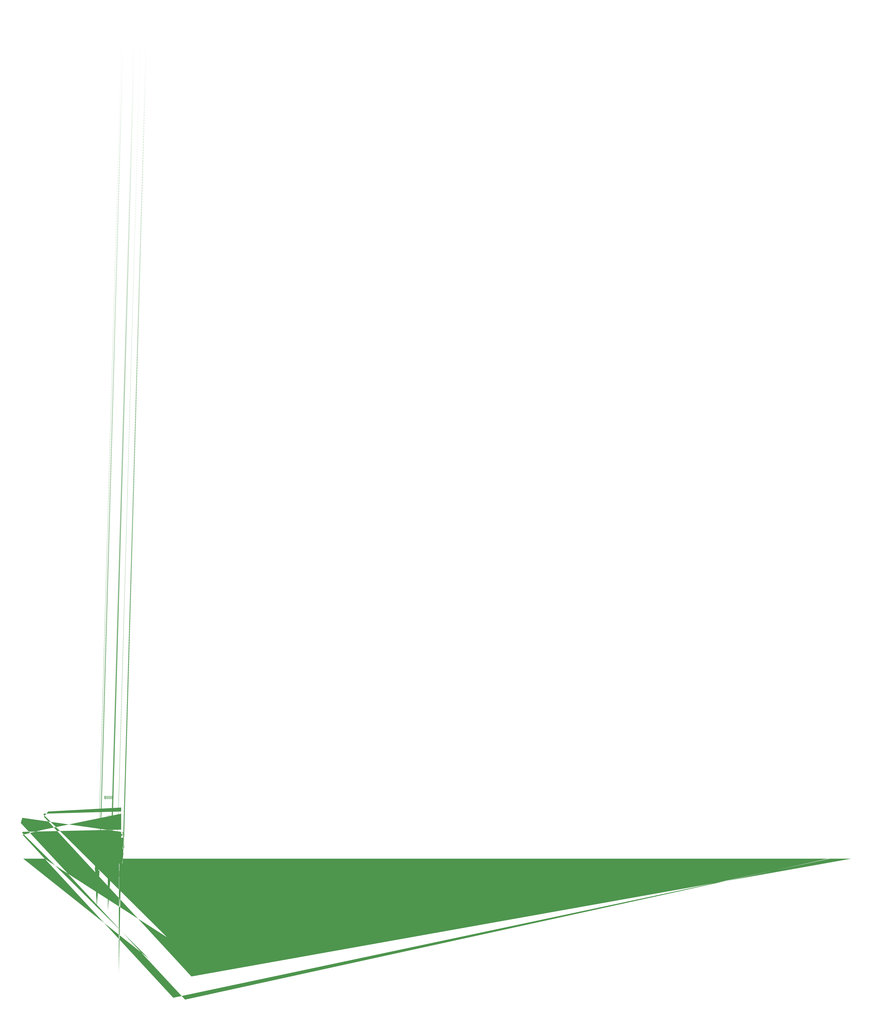
<source format=gts>
G04 #@! TF.GenerationSoftware,KiCad,Pcbnew,8.0.4*
G04 #@! TF.CreationDate,2024-10-09T19:51:01+11:00*
G04 #@! TF.ProjectId,nokia,6e6f6b69-612e-46b6-9963-61645f706362,rev?*
G04 #@! TF.SameCoordinates,Original*
G04 #@! TF.FileFunction,Soldermask,Top*
G04 #@! TF.FilePolarity,Negative*
%FSLAX46Y46*%
G04 Gerber Fmt 4.6, Leading zero omitted, Abs format (unit mm)*
G04 Created by KiCad (PCBNEW 8.0.4) date 2024-10-09 19:51:01*
%MOMM*%
%LPD*%
G01*
G04 APERTURE LIST*
G04 Aperture macros list*
%AMRoundRect*
0 Rectangle with rounded corners*
0 $1 Rounding radius*
0 $2 $3 $4 $5 $6 $7 $8 $9 X,Y pos of 4 corners*
0 Add a 4 corners polygon primitive as box body*
4,1,4,$2,$3,$4,$5,$6,$7,$8,$9,$2,$3,0*
0 Add four circle primitives for the rounded corners*
1,1,$1+$1,$2,$3*
1,1,$1+$1,$4,$5*
1,1,$1+$1,$6,$7*
1,1,$1+$1,$8,$9*
0 Add four rect primitives between the rounded corners*
20,1,$1+$1,$2,$3,$4,$5,0*
20,1,$1+$1,$4,$5,$6,$7,0*
20,1,$1+$1,$6,$7,$8,$9,0*
20,1,$1+$1,$8,$9,$2,$3,0*%
%AMFreePoly0*
4,1,103,-1.902709,2.826186,-1.559033,2.750537,-1.225551,2.638174,-0.906173,2.490414,-0.604642,2.308989,-0.324495,2.096027,-0.069015,1.854023,0.158802,1.585816,0.356286,1.294550,0.521120,0.983640,0.651373,0.656730,0.745517,0.317654,0.802448,-0.029613,0.821500,-0.381000,0.802448,-0.732387,0.745517,-1.079654,0.651373,-1.418730,0.521120,-1.745640,0.356286,-2.056550,0.158802,-2.347816,
-0.069015,-2.616023,-0.324495,-2.858027,-0.604642,-3.070989,-0.906173,-3.252414,-1.225551,-3.400174,-1.559033,-3.512537,-1.902709,-3.588186,-2.252549,-3.626234,-2.604451,-3.626234,-2.954291,-3.588186,-3.297967,-3.512537,-3.631449,-3.400174,-3.950827,-3.252414,-4.252358,-3.070989,-4.532505,-2.858027,-4.787985,-2.616023,-5.015802,-2.347816,-5.213286,-2.056550,-5.378120,-1.745640,-5.508373,-1.418730,
-5.602517,-1.079654,-5.659448,-0.732387,-5.678500,-0.381000,-4.183407,-0.381000,-4.163806,-0.642555,-4.105441,-0.898268,-4.009617,-1.142426,-3.878472,-1.369574,-3.714938,-1.574640,-3.522667,-1.753042,-3.305953,-1.900794,-3.069640,-2.014597,-2.819004,-2.091908,-2.559644,-2.131000,-2.297356,-2.131000,-2.037996,-2.091908,-1.787360,-2.014597,-1.551046,-1.900794,-1.334333,-1.753042,-1.142062,-1.574640,
-0.978528,-1.369574,-0.847383,-1.142426,-0.751559,-0.898268,-0.693194,-0.642555,-0.673593,-0.381000,-0.693194,-0.119445,-0.751559,0.136268,-0.847383,0.380426,-0.978528,0.607574,-1.142062,0.812640,-1.334333,0.991042,-1.551046,1.138794,-1.787360,1.252597,-2.037996,1.329908,-2.297356,1.369000,-2.559644,1.369000,-2.819004,1.329908,-3.069640,1.252597,-3.305953,1.138794,-3.522667,0.991042,
-3.714938,0.812640,-3.878472,0.607574,-4.009617,0.380426,-4.105441,0.136268,-4.163806,-0.119445,-4.183407,-0.381000,-5.678500,-0.381000,-5.659448,-0.029613,-5.602517,0.317654,-5.508373,0.656730,-5.378120,0.983640,-5.213286,1.294550,-5.015802,1.585816,-4.787985,1.854023,-4.532505,2.096027,-4.252358,2.308989,-3.950827,2.490414,-3.631449,2.638174,-3.297967,2.750537,-2.954291,2.826186,
-2.604451,2.864234,-2.252549,2.864234,-1.902709,2.826186,-1.902709,2.826186,$1*%
%AMFreePoly1*
4,1,35,0.301029,1.058008,0.490312,0.984680,0.662898,0.877819,0.812910,0.741065,0.935239,0.579075,1.025719,0.397366,1.081270,0.202124,1.100000,0.000000,1.081270,-0.202124,1.025719,-0.397366,0.935239,-0.579075,0.812910,-0.741065,0.662898,-0.877819,0.490312,-0.984680,0.301029,-1.058008,0.101495,-1.095308,-0.101495,-1.095308,-0.301029,-1.058008,-0.490312,-0.984680,-0.662898,-0.877819,
-0.812910,-0.741065,-0.935239,-0.579075,-1.025719,-0.397366,-1.081270,-0.202124,-1.100000,0.000000,-1.081270,0.202124,-1.025719,0.397366,-0.935239,0.579075,-0.812910,0.741065,-0.662898,0.877819,-0.490312,0.984680,-0.301029,1.058008,-0.101495,1.095308,0.101495,1.095308,0.301029,1.058008,0.301029,1.058008,$1*%
%AMFreePoly2*
4,1,143,-0.313237,0.844648,0.036603,0.806600,0.047288,0.804848,0.390964,0.729199,0.401397,0.726302,0.734879,0.613939,0.744938,0.609932,1.064316,0.462172,1.073882,0.457100,1.375413,0.275675,1.400916,0.253724,1.577058,0.040762,1.599803,-0.016704,1.600000,-0.022973,1.600000,-1.793913,1.646400,-2.104211,1.647500,-2.119000,1.647500,-2.500000,1.647052,-2.509457,1.600000,-3.004741,
1.600000,-4.714443,1.695880,-4.937542,1.701542,-4.999086,1.669948,-5.052204,1.664522,-5.056636,1.384375,-5.269598,1.375413,-5.275675,1.073882,-5.457100,1.064316,-5.462172,0.744938,-5.609932,0.734879,-5.613939,0.401397,-5.726302,0.390964,-5.729199,0.047288,-5.804848,0.036603,-5.806600,-0.313237,-5.844648,-0.324049,-5.845234,-0.675951,-5.845234,-0.686763,-5.844648,-1.036603,-5.806600,
-1.047288,-5.804848,-1.390964,-5.729199,-1.401397,-5.726302,-1.734879,-5.613939,-1.744938,-5.609932,-2.064316,-5.462172,-2.073882,-5.457100,-2.375413,-5.275675,-2.384375,-5.269598,-2.664522,-5.056636,-2.672775,-5.049626,-2.928255,-4.807622,-2.935701,-4.799762,-3.163518,-4.531555,-3.170071,-4.522935,-3.367555,-4.231669,-3.373137,-4.222391,-3.537971,-3.911481,-3.542518,-3.901654,-3.672771,-3.574744,
-3.676228,-3.564483,-3.770372,-3.225407,-3.772700,-3.214832,-3.829631,-2.867565,-3.830801,-2.856801,-3.849853,-2.505414,-3.848903,-2.501846,-3.849145,-2.500000,-2.154626,-2.500000,-2.136146,-2.746605,-2.081114,-2.987713,-1.990767,-3.217916,-1.867118,-3.432082,-1.712926,-3.625433,-1.531645,-3.793637,-1.327314,-3.932947,-1.104500,-4.040249,-0.868189,-4.113141,-0.623651,-4.150000,-0.376349,-4.150000,
-0.131810,-4.113141,0.104503,-4.040248,0.327312,-3.932949,0.531645,-3.793637,0.712926,-3.625433,0.867118,-3.432082,0.990767,-3.217916,1.081114,-2.987713,1.136146,-2.746605,1.154626,-2.500000,1.136146,-2.253394,1.081114,-2.012286,0.990767,-1.782083,0.867118,-1.567917,0.712926,-1.374566,0.531645,-1.206362,0.327312,-1.067050,0.104503,-0.959751,-0.131810,-0.886858,-0.376349,-0.850000,
-0.623651,-0.850000,-0.868189,-0.886858,-1.104500,-0.959750,-1.327314,-1.067052,-1.531645,-1.206362,-1.712926,-1.374566,-1.867118,-1.567917,-1.990767,-1.782083,-2.081114,-2.012286,-2.136146,-2.253394,-2.154626,-2.500000,-3.849145,-2.500000,-3.849853,-2.494586,-3.830801,-2.143199,-3.829631,-2.132435,-3.772700,-1.785168,-3.770372,-1.774593,-3.676228,-1.435517,-3.672771,-1.425256,-3.542518,-1.098346,
-3.537971,-1.088519,-3.373137,-0.777609,-3.367555,-0.768331,-3.170071,-0.477065,-3.163518,-0.468445,-2.935701,-0.200238,-2.928255,-0.192378,-2.672775,0.049626,-2.664522,0.056636,-2.384375,0.269598,-2.375413,0.275675,-2.073882,0.457100,-2.064316,0.462172,-1.744938,0.609932,-1.734879,0.613939,-1.401397,0.726302,-1.390964,0.729199,-1.047288,0.804848,-1.036603,0.806600,-0.686763,0.844648,
-0.675951,0.845234,-0.324049,0.845234,-0.313237,0.844648,-0.313237,0.844648,$1*%
G04 Aperture macros list end*
%ADD10FreePoly0,0.000000*%
%ADD11FreePoly1,0.000000*%
%ADD12RoundRect,0.057250X-0.515250X-1.742750X0.515250X-1.742750X0.515250X1.742750X-0.515250X1.742750X0*%
%ADD13RoundRect,0.025000X-0.225000X-1.775000X0.225000X-1.775000X0.225000X1.775000X-0.225000X1.775000X0*%
%ADD14RoundRect,0.052250X-0.470250X-1.747750X0.470250X-1.747750X0.470250X1.747750X-0.470250X1.747750X0*%
%ADD15FreePoly2,0.000000*%
%ADD16C,0.600000*%
%ADD17O,1.350000X1.700000*%
%ADD18O,1.100000X1.500000*%
G04 APERTURE END LIST*
D10*
X58698500Y-79894000D03*
D11*
X56270000Y-80275000D03*
D10*
X51928500Y-85119000D03*
D11*
X49500000Y-85500000D03*
D10*
X31948500Y-108546384D03*
D11*
X29520000Y-108927384D03*
D10*
X44948500Y-110594000D03*
D11*
X42520000Y-110975000D03*
D10*
X32978500Y-81319000D03*
D11*
X30550000Y-81700000D03*
D10*
X32448500Y-116594000D03*
D11*
X30020000Y-116975000D03*
D10*
X44948500Y-77369000D03*
D11*
X42520000Y-77750000D03*
D10*
X58698500Y-92594000D03*
D11*
X56270000Y-92975000D03*
D10*
X44948500Y-102344000D03*
D11*
X42520000Y-102725000D03*
D12*
X46722500Y-39200000D03*
D13*
X45270000Y-39200000D03*
X44140000Y-39200000D03*
X43010000Y-39200000D03*
X41880000Y-39200000D03*
X40750000Y-39200000D03*
X39620000Y-39200000D03*
D14*
X38217500Y-39200000D03*
D10*
X44948500Y-94344000D03*
D11*
X42520000Y-94725000D03*
D10*
X57698500Y-100844000D03*
D11*
X55270000Y-101225000D03*
D15*
X56020000Y-106475000D03*
D11*
X55520000Y-108975000D03*
D10*
X30948500Y-92594000D03*
D11*
X28520000Y-92975000D03*
D10*
X44948500Y-118594000D03*
D11*
X42520000Y-118975000D03*
D10*
X32198500Y-100844000D03*
D11*
X29770000Y-101225000D03*
D10*
X57448500Y-116594000D03*
D11*
X55020000Y-116975000D03*
D16*
X41363167Y-61333333D03*
X42496500Y-61333333D03*
X43629833Y-61333333D03*
X41363167Y-60200000D03*
X42496500Y-60200000D03*
X43629833Y-60200000D03*
X41363167Y-59066667D03*
X42496500Y-59066667D03*
X43629833Y-59066667D03*
D17*
X53155000Y-125280000D03*
D18*
X52845000Y-122280000D03*
X48005000Y-122280000D03*
D17*
X47695000Y-125280000D03*
M02*

</source>
